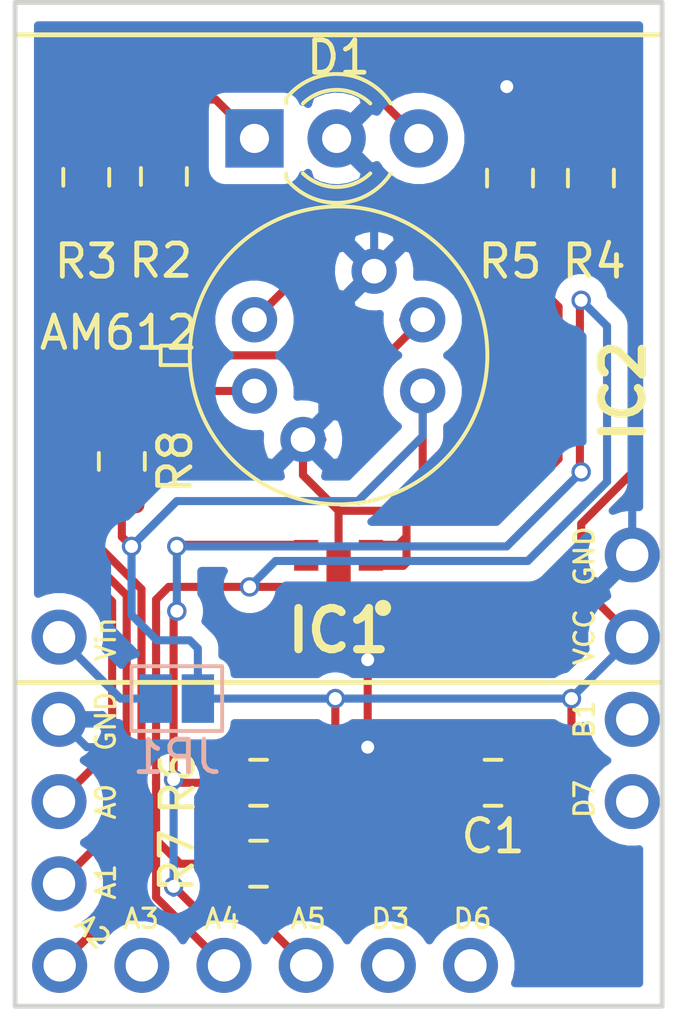
<source format=kicad_pcb>
(kicad_pcb (version 20171130) (host pcbnew "(5.1.7)-1")

  (general
    (thickness 1.6)
    (drawings 22)
    (tracks 177)
    (zones 0)
    (modules 16)
    (nets 20)
  )

  (page A4)
  (layers
    (0 F.Cu signal)
    (31 B.Cu signal)
    (32 B.Adhes user)
    (33 F.Adhes user)
    (34 B.Paste user)
    (35 F.Paste user)
    (36 B.SilkS user)
    (37 F.SilkS user)
    (38 B.Mask user)
    (39 F.Mask user)
    (40 Dwgs.User user)
    (41 Cmts.User user)
    (42 Eco1.User user)
    (43 Eco2.User user)
    (44 Edge.Cuts user)
    (45 Margin user)
    (46 B.CrtYd user)
    (47 F.CrtYd user)
    (48 B.Fab user hide)
    (49 F.Fab user hide)
  )

  (setup
    (last_trace_width 0.25)
    (user_trace_width 1)
    (trace_clearance 0.2)
    (zone_clearance 0.508)
    (zone_45_only yes)
    (trace_min 0.2)
    (via_size 0.6)
    (via_drill 0.4)
    (via_min_size 0.4)
    (via_min_drill 0.3)
    (uvia_size 0.3)
    (uvia_drill 0.1)
    (uvias_allowed no)
    (uvia_min_size 0.2)
    (uvia_min_drill 0.1)
    (edge_width 0.15)
    (segment_width 0.2)
    (pcb_text_width 0.3)
    (pcb_text_size 1.5 1.5)
    (mod_edge_width 0.15)
    (mod_text_size 1 1)
    (mod_text_width 0.15)
    (pad_size 1.7 1.7)
    (pad_drill 1)
    (pad_to_mask_clearance 0.2)
    (aux_axis_origin 0 0)
    (visible_elements 7FFFFF7F)
    (pcbplotparams
      (layerselection 0x010f0_ffffffff)
      (usegerberextensions false)
      (usegerberattributes true)
      (usegerberadvancedattributes true)
      (creategerberjobfile true)
      (excludeedgelayer false)
      (linewidth 0.150000)
      (plotframeref false)
      (viasonmask false)
      (mode 1)
      (useauxorigin true)
      (hpglpennumber 1)
      (hpglpenspeed 20)
      (hpglpendiameter 15.000000)
      (psnegative false)
      (psa4output false)
      (plotreference true)
      (plotvalue true)
      (plotinvisibletext false)
      (padsonsilk true)
      (subtractmaskfromsilk false)
      (outputformat 1)
      (mirror false)
      (drillshape 0)
      (scaleselection 1)
      (outputdirectory "gerber/"))
  )

  (net 0 "")
  (net 1 VCC)
  (net 2 GND)
  (net 3 /A0)
  (net 4 /A1)
  (net 5 /A2)
  (net 6 /D3)
  (net 7 /A3)
  (net 8 /A4)
  (net 9 /A5)
  (net 10 /D6)
  (net 11 /Vin)
  (net 12 /D7)
  (net 13 /B1)
  (net 14 "Net-(A1-Pad2)")
  (net 15 "Net-(IC1-Pad5)")
  (net 16 "Net-(D1-Pad1)")
  (net 17 "Net-(D1-Pad3)")
  (net 18 "Net-(IC2-Pad6)")
  (net 19 /SENS)

  (net_class Default "This is the default net class."
    (clearance 0.2)
    (trace_width 0.25)
    (via_dia 0.6)
    (via_drill 0.4)
    (uvia_dia 0.3)
    (uvia_drill 0.1)
    (add_net /A0)
    (add_net /A1)
    (add_net /A2)
    (add_net /A3)
    (add_net /A4)
    (add_net /A5)
    (add_net /B1)
    (add_net /D3)
    (add_net /D6)
    (add_net /D7)
    (add_net /SENS)
    (add_net /Vin)
    (add_net GND)
    (add_net "Net-(A1-Pad2)")
    (add_net "Net-(D1-Pad1)")
    (add_net "Net-(D1-Pad3)")
    (add_net "Net-(IC1-Pad5)")
    (add_net "Net-(IC2-Pad6)")
    (add_net VCC)
  )

  (net_class Fett ""
    (clearance 0.2)
    (trace_width 1)
    (via_dia 0.6)
    (via_drill 0.4)
    (uvia_dia 0.3)
    (uvia_drill 0.1)
  )

  (module PIR:AM612 (layer F.Cu) (tedit 5F75F47B) (tstamp 5F7C6F8F)
    (at 205 104.9)
    (path /5F78688A)
    (fp_text reference A1 (at 0 5.8) (layer F.SilkS) hide
      (effects (font (size 1 1) (thickness 0.15)))
    )
    (fp_text value AM612 (at -6.8 -0.7) (layer F.SilkS)
      (effects (font (size 1 1) (thickness 0.15)))
    )
    (fp_circle (center 0 0) (end 4.6 0) (layer F.SilkS) (width 0.12))
    (fp_line (start -4.6 -0.3) (end -5.5 -0.3) (layer F.SilkS) (width 0.12))
    (fp_line (start -4.6 0.3) (end -5.5 0.3) (layer F.SilkS) (width 0.12))
    (fp_line (start -5.5 -0.3) (end -5.5 0.3) (layer F.SilkS) (width 0.12))
    (pad 1 thru_hole circle (at -2.6 -1.1) (size 1.4 1.4) (drill 0.762) (layers *.Cu *.Mask)
      (net 19 /SENS))
    (pad 2 thru_hole circle (at -2.6 1.1) (size 1.4 1.4) (drill 0.762) (layers *.Cu *.Mask)
      (net 14 "Net-(A1-Pad2)"))
    (pad 3 thru_hole circle (at -1.1 2.6) (size 1.4 1.4) (drill 0.762) (layers *.Cu *.Mask)
      (net 2 GND))
    (pad 4 thru_hole circle (at 2.6 1.1) (size 1.4 1.4) (drill 0.762) (layers *.Cu *.Mask)
      (net 1 VCC))
    (pad 5 thru_hole circle (at 2.6 -1.1) (size 1.4 1.4) (drill 0.762) (layers *.Cu *.Mask)
      (net 5 /A2))
    (pad 6 thru_hole circle (at 1.1 -2.6) (size 1.4 1.4) (drill 0.762) (layers *.Cu *.Mask)
      (net 2 GND))
  )

  (module Pin_Headers:Pin_Header_Straight_1x04_Pitch2.54mm (layer F.Cu) (tedit 592ED70E) (tstamp 5F7728ED)
    (at 214.0785 111.0615)
    (descr "Through hole straight pin header, 1x04, 2.54mm pitch, single row")
    (tags "Through hole pin header THT 1x04 2.54mm single row")
    (path /592ED622)
    (fp_text reference P6 (at 0 -2.33) (layer F.SilkS) hide
      (effects (font (size 1 1) (thickness 0.15)))
    )
    (fp_text value Contacts (at 0 9.95) (layer F.Fab) hide
      (effects (font (size 1 1) (thickness 0.15)))
    )
    (fp_line (start -1.27 -1.27) (end -1.27 8.89) (layer F.Fab) (width 0.1))
    (fp_line (start -1.27 8.89) (end 1.27 8.89) (layer F.Fab) (width 0.1))
    (fp_line (start 1.27 8.89) (end 1.27 -1.27) (layer F.Fab) (width 0.1))
    (fp_line (start 1.27 -1.27) (end -1.27 -1.27) (layer F.Fab) (width 0.1))
    (fp_line (start -1.8 -1.8) (end -1.8 9.4) (layer F.CrtYd) (width 0.05))
    (fp_line (start -1.8 9.4) (end 1.8 9.4) (layer F.CrtYd) (width 0.05))
    (fp_line (start 1.8 9.4) (end 1.8 -1.8) (layer F.CrtYd) (width 0.05))
    (fp_line (start 1.8 -1.8) (end -1.8 -1.8) (layer F.CrtYd) (width 0.05))
    (pad 4 thru_hole oval (at 0 7.62) (size 1.7 1.7) (drill 1) (layers *.Cu *.Mask)
      (net 12 /D7))
    (pad 3 thru_hole oval (at 0 5.08) (size 1.7 1.7) (drill 1) (layers *.Cu *.Mask)
      (net 13 /B1))
    (pad 2 thru_hole oval (at 0 2.54) (size 1.7 1.7) (drill 1) (layers *.Cu *.Mask)
      (net 1 VCC))
    (pad 1 thru_hole circle (at 0 0) (size 1.7 1.7) (drill 1) (layers *.Cu *.Mask)
      (net 2 GND))
  )

  (module Pin_Headers:Pin_Header_Straight_1x06_Pitch2.54mm (layer F.Cu) (tedit 592DBE62) (tstamp 5F772805)
    (at 196.378 123.7385 90)
    (descr "Through hole straight pin header, 1x06, 2.54mm pitch, single row")
    (tags "Through hole pin header THT 1x06 2.54mm single row")
    (path /59132195)
    (fp_text reference P2 (at 0 -2.33 270) (layer F.SilkS) hide
      (effects (font (size 1 1) (thickness 0.15)))
    )
    (fp_text value Contacts (at 0 15.03 270) (layer F.Fab) hide
      (effects (font (size 1 1) (thickness 0.15)))
    )
    (fp_line (start -1.27 -1.27) (end -1.27 13.97) (layer F.Fab) (width 0.1))
    (fp_line (start -1.27 13.97) (end 1.27 13.97) (layer F.Fab) (width 0.1))
    (fp_line (start 1.27 13.97) (end 1.27 -1.27) (layer F.Fab) (width 0.1))
    (fp_line (start 1.27 -1.27) (end -1.27 -1.27) (layer F.Fab) (width 0.1))
    (fp_line (start -1.8 -1.8) (end -1.8 14.5) (layer F.CrtYd) (width 0.05))
    (fp_line (start -1.8 14.5) (end 1.8 14.5) (layer F.CrtYd) (width 0.05))
    (fp_line (start 1.8 14.5) (end 1.8 -1.8) (layer F.CrtYd) (width 0.05))
    (fp_line (start 1.8 -1.8) (end -1.8 -1.8) (layer F.CrtYd) (width 0.05))
    (fp_text user %R (at 0 -2.33 270) (layer F.Fab) hide
      (effects (font (size 1 1) (thickness 0.15)))
    )
    (pad 6 thru_hole oval (at 0 12.7 90) (size 1.7 1.7) (drill 1) (layers *.Cu *.Mask)
      (net 10 /D6))
    (pad 5 thru_hole oval (at 0 10.16 90) (size 1.7 1.7) (drill 1) (layers *.Cu *.Mask)
      (net 6 /D3))
    (pad 4 thru_hole oval (at 0 7.62 90) (size 1.7 1.7) (drill 1) (layers *.Cu *.Mask)
      (net 9 /A5))
    (pad 3 thru_hole oval (at 0 5.08 90) (size 1.7 1.7) (drill 1) (layers *.Cu *.Mask)
      (net 8 /A4))
    (pad 2 thru_hole oval (at 0 2.54 90) (size 1.7 1.7) (drill 1) (layers *.Cu *.Mask)
      (net 7 /A3))
    (pad 1 thru_hole circle (at 0 0 90) (size 1.7 1.7) (drill 1) (layers *.Cu *.Mask)
      (net 5 /A2))
  )

  (module Pin_Headers:Pin_Header_Straight_1x04_Pitch2.54mm (layer F.Cu) (tedit 592F19C2) (tstamp 5F7727A1)
    (at 196.3585 113.6015)
    (descr "Through hole straight pin header, 1x04, 2.54mm pitch, single row")
    (tags "Through hole pin header THT 1x04 2.54mm single row")
    (path /591069AF)
    (fp_text reference P1 (at 0 -2.33) (layer F.SilkS) hide
      (effects (font (size 1 1) (thickness 0.15)))
    )
    (fp_text value Contacts (at 0 9.95) (layer F.Fab) hide
      (effects (font (size 1 1) (thickness 0.15)))
    )
    (fp_line (start -1.27 -1.27) (end -1.27 8.89) (layer F.Fab) (width 0.1))
    (fp_line (start -1.27 8.89) (end 1.27 8.89) (layer F.Fab) (width 0.1))
    (fp_line (start 1.27 8.89) (end 1.27 -1.27) (layer F.Fab) (width 0.1))
    (fp_line (start 1.27 -1.27) (end -1.27 -1.27) (layer F.Fab) (width 0.1))
    (fp_line (start -1.8 -1.8) (end -1.8 9.4) (layer F.CrtYd) (width 0.05))
    (fp_line (start -1.8 9.4) (end 1.8 9.4) (layer F.CrtYd) (width 0.05))
    (fp_line (start 1.8 9.4) (end 1.8 -1.8) (layer F.CrtYd) (width 0.05))
    (fp_line (start 1.8 -1.8) (end -1.8 -1.8) (layer F.CrtYd) (width 0.05))
    (fp_text user %R (at 0 -2.33) (layer F.Fab) hide
      (effects (font (size 1 1) (thickness 0.15)))
    )
    (pad 4 thru_hole oval (at 0 7.62) (size 1.7 1.7) (drill 1) (layers *.Cu *.Mask)
      (net 4 /A1))
    (pad 3 thru_hole oval (at 0 5.08) (size 1.7 1.7) (drill 1) (layers *.Cu *.Mask)
      (net 3 /A0))
    (pad 2 thru_hole oval (at 0 2.54) (size 1.7 1.7) (drill 1) (layers *.Cu *.Mask)
      (net 2 GND))
    (pad 1 thru_hole circle (at 0 0) (size 1.7 1.7) (drill 1) (layers *.Cu *.Mask)
      (net 11 /Vin) (zone_connect 2))
  )

  (module Resistor_SMD:R_0805_2012Metric_Pad1.15x1.40mm_HandSolder (layer F.Cu) (tedit 5B36C52B) (tstamp 5F772399)
    (at 212.8 99.425 90)
    (descr "Resistor SMD 0805 (2012 Metric), square (rectangular) end terminal, IPC_7351 nominal with elongated pad for handsoldering. (Body size source: https://docs.google.com/spreadsheets/d/1BsfQQcO9C6DZCsRaXUlFlo91Tg2WpOkGARC1WS5S8t0/edit?usp=sharing), generated with kicad-footprint-generator")
    (tags "resistor handsolder")
    (path /592DBE8E)
    (attr smd)
    (fp_text reference R4 (at -2.575 0.1 180) (layer F.SilkS)
      (effects (font (size 1 1) (thickness 0.15)))
    )
    (fp_text value 1M (at 0 1.65 90) (layer F.Fab)
      (effects (font (size 1 1) (thickness 0.15)))
    )
    (fp_line (start -1 0.6) (end -1 -0.6) (layer F.Fab) (width 0.1))
    (fp_line (start -1 -0.6) (end 1 -0.6) (layer F.Fab) (width 0.1))
    (fp_line (start 1 -0.6) (end 1 0.6) (layer F.Fab) (width 0.1))
    (fp_line (start 1 0.6) (end -1 0.6) (layer F.Fab) (width 0.1))
    (fp_line (start -0.261252 -0.71) (end 0.261252 -0.71) (layer F.SilkS) (width 0.12))
    (fp_line (start -0.261252 0.71) (end 0.261252 0.71) (layer F.SilkS) (width 0.12))
    (fp_line (start -1.85 0.95) (end -1.85 -0.95) (layer F.CrtYd) (width 0.05))
    (fp_line (start -1.85 -0.95) (end 1.85 -0.95) (layer F.CrtYd) (width 0.05))
    (fp_line (start 1.85 -0.95) (end 1.85 0.95) (layer F.CrtYd) (width 0.05))
    (fp_line (start 1.85 0.95) (end -1.85 0.95) (layer F.CrtYd) (width 0.05))
    (fp_text user %R (at 0 0 90) (layer F.Fab)
      (effects (font (size 0.5 0.5) (thickness 0.08)))
    )
    (pad 2 smd roundrect (at 1.025 0 90) (size 1.15 1.4) (layers F.Cu F.Paste F.Mask) (roundrect_rratio 0.2173904347826087)
      (net 1 VCC))
    (pad 1 smd roundrect (at -1.025 0 90) (size 1.15 1.4) (layers F.Cu F.Paste F.Mask) (roundrect_rratio 0.2173904347826087)
      (net 19 /SENS))
    (model ${KISYS3DMOD}/Resistor_SMD.3dshapes/R_0805_2012Metric.wrl
      (at (xyz 0 0 0))
      (scale (xyz 1 1 1))
      (rotate (xyz 0 0 0))
    )
  )

  (module Resistor_SMD:R_0805_2012Metric_Pad1.15x1.40mm_HandSolder (layer F.Cu) (tedit 5B36C52B) (tstamp 5F772389)
    (at 197.2 99.4 90)
    (descr "Resistor SMD 0805 (2012 Metric), square (rectangular) end terminal, IPC_7351 nominal with elongated pad for handsoldering. (Body size source: https://docs.google.com/spreadsheets/d/1BsfQQcO9C6DZCsRaXUlFlo91Tg2WpOkGARC1WS5S8t0/edit?usp=sharing), generated with kicad-footprint-generator")
    (tags "resistor handsolder")
    (path /5910585E)
    (attr smd)
    (fp_text reference R3 (at -2.6 0 180) (layer F.SilkS)
      (effects (font (size 1 1) (thickness 0.15)))
    )
    (fp_text value 1k5 (at 0 1.65 90) (layer F.Fab)
      (effects (font (size 1 1) (thickness 0.15)))
    )
    (fp_line (start 1.85 0.95) (end -1.85 0.95) (layer F.CrtYd) (width 0.05))
    (fp_line (start 1.85 -0.95) (end 1.85 0.95) (layer F.CrtYd) (width 0.05))
    (fp_line (start -1.85 -0.95) (end 1.85 -0.95) (layer F.CrtYd) (width 0.05))
    (fp_line (start -1.85 0.95) (end -1.85 -0.95) (layer F.CrtYd) (width 0.05))
    (fp_line (start -0.261252 0.71) (end 0.261252 0.71) (layer F.SilkS) (width 0.12))
    (fp_line (start -0.261252 -0.71) (end 0.261252 -0.71) (layer F.SilkS) (width 0.12))
    (fp_line (start 1 0.6) (end -1 0.6) (layer F.Fab) (width 0.1))
    (fp_line (start 1 -0.6) (end 1 0.6) (layer F.Fab) (width 0.1))
    (fp_line (start -1 -0.6) (end 1 -0.6) (layer F.Fab) (width 0.1))
    (fp_line (start -1 0.6) (end -1 -0.6) (layer F.Fab) (width 0.1))
    (fp_text user %R (at 0 0 90) (layer F.Fab)
      (effects (font (size 0.5 0.5) (thickness 0.08)))
    )
    (pad 1 smd roundrect (at -1.025 0 90) (size 1.15 1.4) (layers F.Cu F.Paste F.Mask) (roundrect_rratio 0.2173904347826087)
      (net 3 /A0))
    (pad 2 smd roundrect (at 1.025 0 90) (size 1.15 1.4) (layers F.Cu F.Paste F.Mask) (roundrect_rratio 0.2173904347826087)
      (net 17 "Net-(D1-Pad3)"))
    (model ${KISYS3DMOD}/Resistor_SMD.3dshapes/R_0805_2012Metric.wrl
      (at (xyz 0 0 0))
      (scale (xyz 1 1 1))
      (rotate (xyz 0 0 0))
    )
  )

  (module Resistor_SMD:R_0805_2012Metric_Pad1.15x1.40mm_HandSolder (layer F.Cu) (tedit 5B36C52B) (tstamp 5F772379)
    (at 210.3 99.425 270)
    (descr "Resistor SMD 0805 (2012 Metric), square (rectangular) end terminal, IPC_7351 nominal with elongated pad for handsoldering. (Body size source: https://docs.google.com/spreadsheets/d/1BsfQQcO9C6DZCsRaXUlFlo91Tg2WpOkGARC1WS5S8t0/edit?usp=sharing), generated with kicad-footprint-generator")
    (tags "resistor handsolder")
    (path /592DBF19)
    (attr smd)
    (fp_text reference R5 (at 2.575 0 180) (layer F.SilkS)
      (effects (font (size 1 1) (thickness 0.15)))
    )
    (fp_text value 56k (at 0 1.65 90) (layer F.Fab)
      (effects (font (size 1 1) (thickness 0.15)))
    )
    (fp_line (start 1.85 0.95) (end -1.85 0.95) (layer F.CrtYd) (width 0.05))
    (fp_line (start 1.85 -0.95) (end 1.85 0.95) (layer F.CrtYd) (width 0.05))
    (fp_line (start -1.85 -0.95) (end 1.85 -0.95) (layer F.CrtYd) (width 0.05))
    (fp_line (start -1.85 0.95) (end -1.85 -0.95) (layer F.CrtYd) (width 0.05))
    (fp_line (start -0.261252 0.71) (end 0.261252 0.71) (layer F.SilkS) (width 0.12))
    (fp_line (start -0.261252 -0.71) (end 0.261252 -0.71) (layer F.SilkS) (width 0.12))
    (fp_line (start 1 0.6) (end -1 0.6) (layer F.Fab) (width 0.1))
    (fp_line (start 1 -0.6) (end 1 0.6) (layer F.Fab) (width 0.1))
    (fp_line (start -1 -0.6) (end 1 -0.6) (layer F.Fab) (width 0.1))
    (fp_line (start -1 0.6) (end -1 -0.6) (layer F.Fab) (width 0.1))
    (fp_text user %R (at 0 0 90) (layer F.Fab)
      (effects (font (size 0.5 0.5) (thickness 0.08)))
    )
    (pad 1 smd roundrect (at -1.025 0 270) (size 1.15 1.4) (layers F.Cu F.Paste F.Mask) (roundrect_rratio 0.2173904347826087)
      (net 2 GND))
    (pad 2 smd roundrect (at 1.025 0 270) (size 1.15 1.4) (layers F.Cu F.Paste F.Mask) (roundrect_rratio 0.2173904347826087)
      (net 19 /SENS))
    (model ${KISYS3DMOD}/Resistor_SMD.3dshapes/R_0805_2012Metric.wrl
      (at (xyz 0 0 0))
      (scale (xyz 1 1 1))
      (rotate (xyz 0 0 0))
    )
  )

  (module Resistor_SMD:R_0805_2012Metric_Pad1.15x1.40mm_HandSolder (layer F.Cu) (tedit 5B36C52B) (tstamp 5F772369)
    (at 199.6 99.375 90)
    (descr "Resistor SMD 0805 (2012 Metric), square (rectangular) end terminal, IPC_7351 nominal with elongated pad for handsoldering. (Body size source: https://docs.google.com/spreadsheets/d/1BsfQQcO9C6DZCsRaXUlFlo91Tg2WpOkGARC1WS5S8t0/edit?usp=sharing), generated with kicad-footprint-generator")
    (tags "resistor handsolder")
    (path /5910582F)
    (attr smd)
    (fp_text reference R2 (at -2.6 -0.1 180) (layer F.SilkS)
      (effects (font (size 1 1) (thickness 0.15)))
    )
    (fp_text value 1k5 (at 0 1.65 90) (layer F.Fab)
      (effects (font (size 1 1) (thickness 0.15)))
    )
    (fp_line (start -1 0.6) (end -1 -0.6) (layer F.Fab) (width 0.1))
    (fp_line (start -1 -0.6) (end 1 -0.6) (layer F.Fab) (width 0.1))
    (fp_line (start 1 -0.6) (end 1 0.6) (layer F.Fab) (width 0.1))
    (fp_line (start 1 0.6) (end -1 0.6) (layer F.Fab) (width 0.1))
    (fp_line (start -0.261252 -0.71) (end 0.261252 -0.71) (layer F.SilkS) (width 0.12))
    (fp_line (start -0.261252 0.71) (end 0.261252 0.71) (layer F.SilkS) (width 0.12))
    (fp_line (start -1.85 0.95) (end -1.85 -0.95) (layer F.CrtYd) (width 0.05))
    (fp_line (start -1.85 -0.95) (end 1.85 -0.95) (layer F.CrtYd) (width 0.05))
    (fp_line (start 1.85 -0.95) (end 1.85 0.95) (layer F.CrtYd) (width 0.05))
    (fp_line (start 1.85 0.95) (end -1.85 0.95) (layer F.CrtYd) (width 0.05))
    (fp_text user %R (at 0 0 90) (layer F.Fab)
      (effects (font (size 0.5 0.5) (thickness 0.08)))
    )
    (pad 2 smd roundrect (at 1.025 0 90) (size 1.15 1.4) (layers F.Cu F.Paste F.Mask) (roundrect_rratio 0.2173904347826087)
      (net 16 "Net-(D1-Pad1)"))
    (pad 1 smd roundrect (at -1.025 0 90) (size 1.15 1.4) (layers F.Cu F.Paste F.Mask) (roundrect_rratio 0.2173904347826087)
      (net 4 /A1))
    (model ${KISYS3DMOD}/Resistor_SMD.3dshapes/R_0805_2012Metric.wrl
      (at (xyz 0 0 0))
      (scale (xyz 1 1 1))
      (rotate (xyz 0 0 0))
    )
  )

  (module Jumper:SolderJumper-2_P1.3mm_Open_Pad1.0x1.5mm (layer B.Cu) (tedit 5A3EABFC) (tstamp 5F7C6E53)
    (at 200 115.5)
    (descr "SMD Solder Jumper, 1x1.5mm Pads, 0.3mm gap, open")
    (tags "solder jumper open")
    (path /5F8636FC)
    (attr virtual)
    (fp_text reference JP1 (at 0 1.8) (layer B.SilkS)
      (effects (font (size 1 1) (thickness 0.15)) (justify mirror))
    )
    (fp_text value Jumper_2_Bridged (at 0 -1.9) (layer B.Fab) hide
      (effects (font (size 1 1) (thickness 0.15)) (justify mirror))
    )
    (fp_line (start 1.65 -1.25) (end -1.65 -1.25) (layer B.CrtYd) (width 0.05))
    (fp_line (start 1.65 -1.25) (end 1.65 1.25) (layer B.CrtYd) (width 0.05))
    (fp_line (start -1.65 1.25) (end -1.65 -1.25) (layer B.CrtYd) (width 0.05))
    (fp_line (start -1.65 1.25) (end 1.65 1.25) (layer B.CrtYd) (width 0.05))
    (fp_line (start -1.4 1) (end 1.4 1) (layer B.SilkS) (width 0.12))
    (fp_line (start 1.4 1) (end 1.4 -1) (layer B.SilkS) (width 0.12))
    (fp_line (start 1.4 -1) (end -1.4 -1) (layer B.SilkS) (width 0.12))
    (fp_line (start -1.4 -1) (end -1.4 1) (layer B.SilkS) (width 0.12))
    (pad 2 smd rect (at 0.65 0) (size 1 1.5) (layers B.Cu B.Mask)
      (net 1 VCC))
    (pad 1 smd rect (at -0.65 0) (size 1 1.5) (layers B.Cu B.Mask)
      (net 11 /Vin))
  )

  (module Resistor_SMD:R_0805_2012Metric_Pad1.15x1.40mm_HandSolder (layer F.Cu) (tedit 5B36C52B) (tstamp 6058AB0C)
    (at 202.525 118.1 180)
    (descr "Resistor SMD 0805 (2012 Metric), square (rectangular) end terminal, IPC_7351 nominal with elongated pad for handsoldering. (Body size source: https://docs.google.com/spreadsheets/d/1BsfQQcO9C6DZCsRaXUlFlo91Tg2WpOkGARC1WS5S8t0/edit?usp=sharing), generated with kicad-footprint-generator")
    (tags "resistor handsolder")
    (path /5F887205)
    (attr smd)
    (fp_text reference R6 (at 2.5 0 270) (layer F.SilkS)
      (effects (font (size 1 1) (thickness 0.15)))
    )
    (fp_text value 4k7 (at 0 1.65) (layer F.Fab)
      (effects (font (size 1 1) (thickness 0.15)))
    )
    (fp_line (start 1.85 0.95) (end -1.85 0.95) (layer F.CrtYd) (width 0.05))
    (fp_line (start 1.85 -0.95) (end 1.85 0.95) (layer F.CrtYd) (width 0.05))
    (fp_line (start -1.85 -0.95) (end 1.85 -0.95) (layer F.CrtYd) (width 0.05))
    (fp_line (start -1.85 0.95) (end -1.85 -0.95) (layer F.CrtYd) (width 0.05))
    (fp_line (start -0.261252 0.71) (end 0.261252 0.71) (layer F.SilkS) (width 0.12))
    (fp_line (start -0.261252 -0.71) (end 0.261252 -0.71) (layer F.SilkS) (width 0.12))
    (fp_line (start 1 0.6) (end -1 0.6) (layer F.Fab) (width 0.1))
    (fp_line (start 1 -0.6) (end 1 0.6) (layer F.Fab) (width 0.1))
    (fp_line (start -1 -0.6) (end 1 -0.6) (layer F.Fab) (width 0.1))
    (fp_line (start -1 0.6) (end -1 -0.6) (layer F.Fab) (width 0.1))
    (fp_text user %R (at 0 0) (layer F.Fab)
      (effects (font (size 0.5 0.5) (thickness 0.08)))
    )
    (pad 2 smd roundrect (at 1.025 0 180) (size 1.15 1.4) (layers F.Cu F.Paste F.Mask) (roundrect_rratio 0.2173904347826087)
      (net 9 /A5))
    (pad 1 smd roundrect (at -1.025 0 180) (size 1.15 1.4) (layers F.Cu F.Paste F.Mask) (roundrect_rratio 0.2173904347826087)
      (net 1 VCC))
    (model ${KISYS3DMOD}/Resistor_SMD.3dshapes/R_0805_2012Metric.wrl
      (at (xyz 0 0 0))
      (scale (xyz 1 1 1))
      (rotate (xyz 0 0 0))
    )
  )

  (module Resistor_SMD:R_0805_2012Metric_Pad1.15x1.40mm_HandSolder (layer F.Cu) (tedit 5B36C52B) (tstamp 5F7CA3A6)
    (at 202.525 120.6 180)
    (descr "Resistor SMD 0805 (2012 Metric), square (rectangular) end terminal, IPC_7351 nominal with elongated pad for handsoldering. (Body size source: https://docs.google.com/spreadsheets/d/1BsfQQcO9C6DZCsRaXUlFlo91Tg2WpOkGARC1WS5S8t0/edit?usp=sharing), generated with kicad-footprint-generator")
    (tags "resistor handsolder")
    (path /5F888376)
    (attr smd)
    (fp_text reference R7 (at 2.525 0.1 270) (layer F.SilkS)
      (effects (font (size 1 1) (thickness 0.15)))
    )
    (fp_text value 4k7 (at 0 1.65) (layer F.Fab)
      (effects (font (size 1 1) (thickness 0.15)))
    )
    (fp_line (start -1 0.6) (end -1 -0.6) (layer F.Fab) (width 0.1))
    (fp_line (start -1 -0.6) (end 1 -0.6) (layer F.Fab) (width 0.1))
    (fp_line (start 1 -0.6) (end 1 0.6) (layer F.Fab) (width 0.1))
    (fp_line (start 1 0.6) (end -1 0.6) (layer F.Fab) (width 0.1))
    (fp_line (start -0.261252 -0.71) (end 0.261252 -0.71) (layer F.SilkS) (width 0.12))
    (fp_line (start -0.261252 0.71) (end 0.261252 0.71) (layer F.SilkS) (width 0.12))
    (fp_line (start -1.85 0.95) (end -1.85 -0.95) (layer F.CrtYd) (width 0.05))
    (fp_line (start -1.85 -0.95) (end 1.85 -0.95) (layer F.CrtYd) (width 0.05))
    (fp_line (start 1.85 -0.95) (end 1.85 0.95) (layer F.CrtYd) (width 0.05))
    (fp_line (start 1.85 0.95) (end -1.85 0.95) (layer F.CrtYd) (width 0.05))
    (fp_text user %R (at 0 0) (layer F.Fab)
      (effects (font (size 0.5 0.5) (thickness 0.08)))
    )
    (pad 1 smd roundrect (at -1.025 0 180) (size 1.15 1.4) (layers F.Cu F.Paste F.Mask) (roundrect_rratio 0.2173904347826087)
      (net 1 VCC))
    (pad 2 smd roundrect (at 1.025 0 180) (size 1.15 1.4) (layers F.Cu F.Paste F.Mask) (roundrect_rratio 0.2173904347826087)
      (net 8 /A4))
    (model ${KISYS3DMOD}/Resistor_SMD.3dshapes/R_0805_2012Metric.wrl
      (at (xyz 0 0 0))
      (scale (xyz 1 1 1))
      (rotate (xyz 0 0 0))
    )
  )

  (module Resistor_SMD:R_0805_2012Metric_Pad1.15x1.40mm_HandSolder (layer F.Cu) (tedit 5B36C52B) (tstamp 5F7D861D)
    (at 198.3 108.175 270)
    (descr "Resistor SMD 0805 (2012 Metric), square (rectangular) end terminal, IPC_7351 nominal with elongated pad for handsoldering. (Body size source: https://docs.google.com/spreadsheets/d/1BsfQQcO9C6DZCsRaXUlFlo91Tg2WpOkGARC1WS5S8t0/edit?usp=sharing), generated with kicad-footprint-generator")
    (tags "resistor handsolder")
    (path /5F8C6AAA)
    (attr smd)
    (fp_text reference R8 (at 0 -1.65 90) (layer F.SilkS)
      (effects (font (size 1 1) (thickness 0.15)))
    )
    (fp_text value 1M (at 0 1.65 90) (layer F.Fab)
      (effects (font (size 1 1) (thickness 0.15)))
    )
    (fp_line (start -1 0.6) (end -1 -0.6) (layer F.Fab) (width 0.1))
    (fp_line (start -1 -0.6) (end 1 -0.6) (layer F.Fab) (width 0.1))
    (fp_line (start 1 -0.6) (end 1 0.6) (layer F.Fab) (width 0.1))
    (fp_line (start 1 0.6) (end -1 0.6) (layer F.Fab) (width 0.1))
    (fp_line (start -0.261252 -0.71) (end 0.261252 -0.71) (layer F.SilkS) (width 0.12))
    (fp_line (start -0.261252 0.71) (end 0.261252 0.71) (layer F.SilkS) (width 0.12))
    (fp_line (start -1.85 0.95) (end -1.85 -0.95) (layer F.CrtYd) (width 0.05))
    (fp_line (start -1.85 -0.95) (end 1.85 -0.95) (layer F.CrtYd) (width 0.05))
    (fp_line (start 1.85 -0.95) (end 1.85 0.95) (layer F.CrtYd) (width 0.05))
    (fp_line (start 1.85 0.95) (end -1.85 0.95) (layer F.CrtYd) (width 0.05))
    (fp_text user %R (at 0 0 90) (layer F.Fab)
      (effects (font (size 0.5 0.5) (thickness 0.08)))
    )
    (pad 1 smd roundrect (at -1.025 0 270) (size 1.15 1.4) (layers F.Cu F.Paste F.Mask) (roundrect_rratio 0.2173904347826087)
      (net 14 "Net-(A1-Pad2)"))
    (pad 2 smd roundrect (at 1.025 0 270) (size 1.15 1.4) (layers F.Cu F.Paste F.Mask) (roundrect_rratio 0.2173904347826087)
      (net 1 VCC))
    (model ${KISYS3DMOD}/Resistor_SMD.3dshapes/R_0805_2012Metric.wrl
      (at (xyz 0 0 0))
      (scale (xyz 1 1 1))
      (rotate (xyz 0 0 0))
    )
  )

  (module OPT3001DNPR:SON65P200X200X65-7N-D (layer F.Cu) (tedit 0) (tstamp 60548B2A)
    (at 205 111.4 180)
    (descr DNP0006A)
    (tags "Integrated Circuit")
    (path /6054E9F6)
    (attr smd)
    (fp_text reference IC1 (at 0 -2) (layer F.SilkS)
      (effects (font (size 1.27 1.27) (thickness 0.254)))
    )
    (fp_text value OPT3001DNPR (at 0 0) (layer F.SilkS) hide
      (effects (font (size 1.27 1.27) (thickness 0.254)))
    )
    (fp_line (start -1.625 -1.3) (end 1.625 -1.3) (layer F.CrtYd) (width 0.05))
    (fp_line (start 1.625 -1.3) (end 1.625 1.3) (layer F.CrtYd) (width 0.05))
    (fp_line (start 1.625 1.3) (end -1.625 1.3) (layer F.CrtYd) (width 0.05))
    (fp_line (start -1.625 1.3) (end -1.625 -1.3) (layer F.CrtYd) (width 0.05))
    (fp_line (start -1 -1) (end 1 -1) (layer F.Fab) (width 0.1))
    (fp_line (start 1 -1) (end 1 1) (layer F.Fab) (width 0.1))
    (fp_line (start 1 1) (end -1 1) (layer F.Fab) (width 0.1))
    (fp_line (start -1 1) (end -1 -1) (layer F.Fab) (width 0.1))
    (fp_line (start -1 -0.5) (end -0.5 -1) (layer F.Fab) (width 0.1))
    (fp_circle (center -1.375 -1.3) (end -1.375 -1.175) (layer F.SilkS) (width 0.25))
    (fp_text user %R (at 0 0) (layer F.Fab)
      (effects (font (size 1.27 1.27) (thickness 0.254)))
    )
    (pad 1 smd rect (at -1 -0.65 270) (size 0.3 0.75) (layers F.Cu F.Paste F.Mask)
      (net 1 VCC))
    (pad 2 smd rect (at -1 0 270) (size 0.3 0.75) (layers F.Cu F.Paste F.Mask)
      (net 2 GND))
    (pad 3 smd rect (at -1 0.65 270) (size 0.3 0.75) (layers F.Cu F.Paste F.Mask)
      (net 2 GND))
    (pad 4 smd rect (at 1 0.65 270) (size 0.3 0.75) (layers F.Cu F.Paste F.Mask)
      (net 9 /A5))
    (pad 5 smd rect (at 1 0 270) (size 0.3 0.75) (layers F.Cu F.Paste F.Mask)
      (net 15 "Net-(IC1-Pad5)"))
    (pad 6 smd rect (at 1 -0.65 270) (size 0.3 0.75) (layers F.Cu F.Paste F.Mask)
      (net 8 /A4))
    (pad 7 smd rect (at 0 0 180) (size 0.75 1.45) (layers F.Cu F.Paste F.Mask)
      (net 2 GND))
    (model OPT3001DNPR.stp
      (at (xyz 0 0 0))
      (scale (xyz 1 1 1))
      (rotate (xyz 0 0 0))
    )
  )

  (module LED_THT:LED_D3.0mm-3 (layer F.Cu) (tedit 587A3A7B) (tstamp 605492EB)
    (at 202.4 98.2)
    (descr "LED, diameter 3.0mm, 2 pins, diameter 3.0mm, 3 pins, http://www.kingbright.com/attachments/file/psearch/000/00/00/L-3VSURKCGKC(Ver.8A).pdf")
    (tags "LED diameter 3.0mm 2 pins diameter 3.0mm 3 pins")
    (path /605BC3E9)
    (fp_text reference D1 (at 2.6 -2.5) (layer F.SilkS)
      (effects (font (size 1 1) (thickness 0.15)))
    )
    (fp_text value LED_Dual_ACA (at 2.54 2.96) (layer F.Fab)
      (effects (font (size 1 1) (thickness 0.15)))
    )
    (fp_circle (center 2.54 0) (end 4.04 0) (layer F.Fab) (width 0.1))
    (fp_line (start 1.04 -1.16619) (end 1.04 1.16619) (layer F.Fab) (width 0.1))
    (fp_line (start 0.98 -1.236) (end 0.98 -1.08) (layer F.SilkS) (width 0.12))
    (fp_line (start 0.98 1.08) (end 0.98 1.236) (layer F.SilkS) (width 0.12))
    (fp_line (start -1.15 -2.25) (end -1.15 2.25) (layer F.CrtYd) (width 0.05))
    (fp_line (start -1.15 2.25) (end 6.25 2.25) (layer F.CrtYd) (width 0.05))
    (fp_line (start 6.25 2.25) (end 6.25 -2.25) (layer F.CrtYd) (width 0.05))
    (fp_line (start 6.25 -2.25) (end -1.15 -2.25) (layer F.CrtYd) (width 0.05))
    (fp_arc (start 2.54 0) (end 1.04 -1.16619) (angle 284.3) (layer F.Fab) (width 0.1))
    (fp_arc (start 2.54 0) (end 0.98 -1.235516) (angle 108.8) (layer F.SilkS) (width 0.12))
    (fp_arc (start 2.54 0) (end 0.98 1.235516) (angle -108.8) (layer F.SilkS) (width 0.12))
    (fp_arc (start 2.54 0) (end 1.499039 -1.08) (angle 87.9) (layer F.SilkS) (width 0.12))
    (fp_arc (start 2.54 0) (end 1.499039 1.08) (angle -87.9) (layer F.SilkS) (width 0.12))
    (pad 1 thru_hole rect (at 0 0) (size 1.8 1.8) (drill 0.9) (layers *.Cu *.Mask)
      (net 16 "Net-(D1-Pad1)"))
    (pad 2 thru_hole circle (at 2.54 0) (size 1.8 1.8) (drill 0.9) (layers *.Cu *.Mask)
      (net 2 GND))
    (pad 3 thru_hole circle (at 5.08 0) (size 1.8 1.8) (drill 0.9) (layers *.Cu *.Mask)
      (net 17 "Net-(D1-Pad3)"))
    (model ${KISYS3DMOD}/LED_THT.3dshapes/LED_D3.0mm-3.wrl
      (at (xyz 0 0 0))
      (scale (xyz 1 1 1))
      (rotate (xyz 0 0 0))
    )
  )

  (module Capacitor_SMD:C_0805_2012Metric_Pad1.15x1.40mm_HandSolder (layer F.Cu) (tedit 5B36C52B) (tstamp 6058B967)
    (at 209.775 118.1 180)
    (descr "Capacitor SMD 0805 (2012 Metric), square (rectangular) end terminal, IPC_7351 nominal with elongated pad for handsoldering. (Body size source: https://docs.google.com/spreadsheets/d/1BsfQQcO9C6DZCsRaXUlFlo91Tg2WpOkGARC1WS5S8t0/edit?usp=sharing), generated with kicad-footprint-generator")
    (tags "capacitor handsolder")
    (path /5910567F)
    (attr smd)
    (fp_text reference C1 (at 0 -1.65) (layer F.SilkS)
      (effects (font (size 1 1) (thickness 0.15)))
    )
    (fp_text value 100n (at 0 1.65) (layer F.Fab)
      (effects (font (size 1 1) (thickness 0.15)))
    )
    (fp_line (start 1.85 0.95) (end -1.85 0.95) (layer F.CrtYd) (width 0.05))
    (fp_line (start 1.85 -0.95) (end 1.85 0.95) (layer F.CrtYd) (width 0.05))
    (fp_line (start -1.85 -0.95) (end 1.85 -0.95) (layer F.CrtYd) (width 0.05))
    (fp_line (start -1.85 0.95) (end -1.85 -0.95) (layer F.CrtYd) (width 0.05))
    (fp_line (start -0.261252 0.71) (end 0.261252 0.71) (layer F.SilkS) (width 0.12))
    (fp_line (start -0.261252 -0.71) (end 0.261252 -0.71) (layer F.SilkS) (width 0.12))
    (fp_line (start 1 0.6) (end -1 0.6) (layer F.Fab) (width 0.1))
    (fp_line (start 1 -0.6) (end 1 0.6) (layer F.Fab) (width 0.1))
    (fp_line (start -1 -0.6) (end 1 -0.6) (layer F.Fab) (width 0.1))
    (fp_line (start -1 0.6) (end -1 -0.6) (layer F.Fab) (width 0.1))
    (fp_text user %R (at 0 0) (layer F.Fab)
      (effects (font (size 0.5 0.5) (thickness 0.08)))
    )
    (pad 1 smd roundrect (at -1.025 0 180) (size 1.15 1.4) (layers F.Cu F.Paste F.Mask) (roundrect_rratio 0.2173904347826087)
      (net 1 VCC))
    (pad 2 smd roundrect (at 1.025 0 180) (size 1.15 1.4) (layers F.Cu F.Paste F.Mask) (roundrect_rratio 0.2173904347826087)
      (net 2 GND))
    (model ${KISYS3DMOD}/Capacitor_SMD.3dshapes/C_0805_2012Metric.wrl
      (at (xyz 0 0 0))
      (scale (xyz 1 1 1))
      (rotate (xyz 0 0 0))
    )
  )

  (module AD5247:SOT65P210X110-6N (layer F.Cu) (tedit 0) (tstamp 6058A145)
    (at 211.8 105.9 90)
    (descr SOT65P210X110-6N)
    (tags "Integrated Circuit")
    (path /6058556F)
    (attr smd)
    (fp_text reference IC2 (at -0.1 2 90) (layer F.SilkS)
      (effects (font (size 1.27 1.27) (thickness 0.254)))
    )
    (fp_text value AD5247BKSZ10-RL7 (at -2.8702 -2.54 90) (layer F.SilkS) hide
      (effects (font (size 1.27 1.27) (thickness 0.254)))
    )
    (fp_line (start -0.6604 -1.1176) (end -0.6604 1.1176) (layer F.Fab) (width 0.1524))
    (fp_line (start 0.3048 -1.1176) (end -0.6604 -1.1176) (layer F.Fab) (width 0.1524))
    (fp_line (start 0.6604 -1.1176) (end 0.3048 -1.1176) (layer F.Fab) (width 0.1524))
    (fp_line (start 0.6604 1.1176) (end 0.6604 -1.1176) (layer F.Fab) (width 0.1524))
    (fp_line (start -0.6604 1.1176) (end 0.6604 1.1176) (layer F.Fab) (width 0.1524))
    (fp_line (start 1.1938 -0.8128) (end 0.6604 -0.8128) (layer F.Fab) (width 0.1524))
    (fp_line (start 1.1938 -0.508) (end 1.1938 -0.8128) (layer F.Fab) (width 0.1524))
    (fp_line (start 0.6604 -0.508) (end 1.1938 -0.508) (layer F.Fab) (width 0.1524))
    (fp_line (start 0.6604 -0.8128) (end 0.6604 -0.508) (layer F.Fab) (width 0.1524))
    (fp_line (start 1.1938 -0.1524) (end 0.6604 -0.1524) (layer F.Fab) (width 0.1524))
    (fp_line (start 1.1938 0.1524) (end 1.1938 -0.1524) (layer F.Fab) (width 0.1524))
    (fp_line (start 0.6604 0.1524) (end 1.1938 0.1524) (layer F.Fab) (width 0.1524))
    (fp_line (start 0.6604 -0.1524) (end 0.6604 0.1524) (layer F.Fab) (width 0.1524))
    (fp_line (start 1.1938 0.508) (end 0.6604 0.508) (layer F.Fab) (width 0.1524))
    (fp_line (start 1.1938 0.8128) (end 1.1938 0.508) (layer F.Fab) (width 0.1524))
    (fp_line (start 0.6604 0.8128) (end 1.1938 0.8128) (layer F.Fab) (width 0.1524))
    (fp_line (start 0.6604 0.508) (end 0.6604 0.8128) (layer F.Fab) (width 0.1524))
    (fp_line (start -1.1938 0.8128) (end -0.6604 0.8128) (layer F.Fab) (width 0.1524))
    (fp_line (start -1.1938 0.508) (end -1.1938 0.8128) (layer F.Fab) (width 0.1524))
    (fp_line (start -0.6604 0.508) (end -1.1938 0.508) (layer F.Fab) (width 0.1524))
    (fp_line (start -0.6604 0.8128) (end -0.6604 0.508) (layer F.Fab) (width 0.1524))
    (fp_line (start -1.1938 0.1524) (end -0.6604 0.1524) (layer F.Fab) (width 0.1524))
    (fp_line (start -1.1938 -0.1524) (end -1.1938 0.1524) (layer F.Fab) (width 0.1524))
    (fp_line (start -0.6604 -0.1524) (end -1.1938 -0.1524) (layer F.Fab) (width 0.1524))
    (fp_line (start -0.6604 0.1524) (end -0.6604 -0.1524) (layer F.Fab) (width 0.1524))
    (fp_line (start -1.1938 -0.508) (end -0.6604 -0.508) (layer F.Fab) (width 0.1524))
    (fp_line (start -1.1938 -0.8128) (end -1.1938 -0.508) (layer F.Fab) (width 0.1524))
    (fp_line (start -0.6604 -0.8128) (end -1.1938 -0.8128) (layer F.Fab) (width 0.1524))
    (fp_line (start -0.6604 -0.508) (end -0.6604 -0.8128) (layer F.Fab) (width 0.1524))
    (fp_text user %R (at -2.8702 -2.54 90) (layer F.Fab)
      (effects (font (size 1.27 1.27) (thickness 0.254)))
    )
    (pad 1 smd rect (at -0.8128 -0.6604 180) (size 0.3556 1.4732) (layers F.Cu F.Paste F.Mask)
      (net 1 VCC))
    (pad 2 smd rect (at -0.8128 0 180) (size 0.3556 1.4732) (layers F.Cu F.Paste F.Mask)
      (net 2 GND))
    (pad 3 smd rect (at -0.8128 0.6604 180) (size 0.3556 1.4732) (layers F.Cu F.Paste F.Mask)
      (net 9 /A5))
    (pad 4 smd rect (at 0.8128 0.6604 180) (size 0.3556 1.4732) (layers F.Cu F.Paste F.Mask)
      (net 8 /A4))
    (pad 5 smd rect (at 0.8128 0 180) (size 0.3556 1.4732) (layers F.Cu F.Paste F.Mask)
      (net 19 /SENS))
    (pad 6 smd rect (at 0.8128 -0.6604 180) (size 0.3556 1.4732) (layers F.Cu F.Paste F.Mask)
      (net 18 "Net-(IC2-Pad6)"))
  )

  (gr_text A1 (at 197.8 121.158 90) (layer F.SilkS) (tstamp 5F77245D)
    (effects (font (size 0.6 0.6) (thickness 0.1)))
  )
  (gr_text A2 (at 197.4 122.7 315) (layer F.SilkS) (tstamp 5F77245C)
    (effects (font (size 0.6 0.6) (thickness 0.1)))
  )
  (gr_text A3 (at 198.9 122.3) (layer F.SilkS) (tstamp 5F77245B)
    (effects (font (size 0.6 0.6) (thickness 0.1)))
  )
  (gr_text A4 (at 201.4 122.3) (layer F.SilkS) (tstamp 5F77245A)
    (effects (font (size 0.6 0.6) (thickness 0.1)))
  )
  (gr_text D3 (at 206.6 122.3) (layer F.SilkS) (tstamp 5F772459)
    (effects (font (size 0.6 0.6) (thickness 0.1)))
  )
  (gr_text D6 (at 209.1415 122.3) (layer F.SilkS) (tstamp 5F772458)
    (effects (font (size 0.6 0.6) (thickness 0.1)))
  )
  (gr_text GND (at 212.6 111.1 90) (layer F.SilkS) (tstamp 5F7728D3)
    (effects (font (size 0.6 0.6) (thickness 0.1)))
  )
  (gr_text Vin (at 197.8 113.665 90) (layer F.SilkS) (tstamp 5F772456)
    (effects (font (size 0.6 0.6) (thickness 0.1)))
  )
  (gr_text B1 (at 212.6 116.1415 90) (layer F.SilkS) (tstamp 5F7728D9)
    (effects (font (size 0.6 0.6) (thickness 0.1)))
  )
  (gr_text D7 (at 212.6 118.6 90) (layer F.SilkS) (tstamp 5F7728DC)
    (effects (font (size 0.6 0.6) (thickness 0.1)))
  )
  (gr_text A5 (at 204.0615 122.3) (layer F.SilkS) (tstamp 5F772453)
    (effects (font (size 0.6 0.6) (thickness 0.1)))
  )
  (gr_text GND (at 197.8 116.2 90) (layer F.SilkS) (tstamp 5F772452)
    (effects (font (size 0.6 0.6) (thickness 0.1)))
  )
  (gr_text A0 (at 197.8 118.6815 90) (layer F.SilkS) (tstamp 5F772451)
    (effects (font (size 0.6 0.6) (thickness 0.1)))
  )
  (gr_text VCC (at 212.6 113.6 90) (layer F.SilkS) (tstamp 5F7728D6)
    (effects (font (size 0.6 0.6) (thickness 0.1)))
  )
  (gr_line (start 215 95) (end 215 115) (layer F.SilkS) (width 0.15) (tstamp 5F772368))
  (gr_line (start 195 95) (end 215 95) (layer F.SilkS) (width 0.15) (tstamp 5F772367))
  (gr_line (start 215 115) (end 195 115) (layer F.SilkS) (width 0.15) (tstamp 5F772366))
  (gr_line (start 195 115) (end 195 95) (layer F.SilkS) (width 0.15) (tstamp 5F772365))
  (gr_line (start 195 94) (end 215 94) (angle 90) (layer Edge.Cuts) (width 0.15) (tstamp 5F772364))
  (gr_line (start 195 125) (end 195 94) (angle 90) (layer Edge.Cuts) (width 0.15) (tstamp 5F772363))
  (gr_line (start 215 94) (end 215 125) (angle 90) (layer Edge.Cuts) (width 0.15) (tstamp 5F772362))
  (gr_line (start 215 125) (end 195 125) (angle 90) (layer Edge.Cuts) (width 0.15) (tstamp 5F772361))

  (via (at 212.5 103.2) (size 0.6) (drill 0.4) (layers F.Cu B.Cu) (net 8))
  (via (at 212.5 108.5) (size 0.6) (drill 0.4) (layers F.Cu B.Cu) (net 9))
  (via (at 198.6 110.8) (size 0.6) (drill 0.4) (layers F.Cu B.Cu) (net 1))
  (via (at 200 112.8) (size 0.6) (drill 0.4) (layers F.Cu B.Cu) (net 9))
  (via (at 199.9 121.3) (size 0.6) (drill 0.4) (layers F.Cu B.Cu) (net 9))
  (via (at 199.9 118) (size 0.6) (drill 0.4) (layers F.Cu B.Cu) (net 9))
  (segment (start 214.0785 113.6015) (end 212.5 112.023) (width 0.25) (layer F.Cu) (net 1))
  (segment (start 213.977 113.5) (end 214.0785 113.6015) (width 0.25) (layer B.Cu) (net 1))
  (via (at 204.9 115.5) (size 0.6) (drill 0.4) (layers F.Cu B.Cu) (net 1))
  (segment (start 213.7 98.4) (end 212.9 98.4) (width 0.25) (layer F.Cu) (net 1))
  (segment (start 214.2 98.9) (end 213.7 98.4) (width 0.25) (layer F.Cu) (net 1))
  (segment (start 214.2 108.4) (end 212.5 110.1) (width 0.25) (layer F.Cu) (net 1))
  (segment (start 212.5 112.023) (end 212.5 110.1) (width 0.25) (layer F.Cu) (net 1))
  (segment (start 213.08 114.6) (end 214.0785 113.6015) (width 0.25) (layer B.Cu) (net 1))
  (segment (start 214.2 106.4) (end 214.2 108.4) (width 0.25) (layer F.Cu) (net 1))
  (segment (start 214.2 105.6) (end 214.2 106.4) (width 0.25) (layer F.Cu) (net 1))
  (segment (start 214.2 98.9) (end 214.2 105.6) (width 0.25) (layer F.Cu) (net 1))
  (segment (start 212.18 115.5) (end 214.0785 113.6015) (width 0.25) (layer B.Cu) (net 1))
  (segment (start 200.65 115.5) (end 212.18 115.5) (width 0.25) (layer B.Cu) (net 1))
  (segment (start 203.55 120.6) (end 204.6 120.6) (width 0.25) (layer F.Cu) (net 1))
  (segment (start 203.55 118.1) (end 204.6 118.1) (width 0.25) (layer F.Cu) (net 1))
  (segment (start 204.6 120.6) (end 204.9 120.3) (width 0.25) (layer F.Cu) (net 1))
  (segment (start 204.9 120.3) (end 204.9 118.4) (width 0.25) (layer F.Cu) (net 1))
  (segment (start 204.9 117.8) (end 204.6 118.1) (width 0.25) (layer F.Cu) (net 1))
  (segment (start 204.9 117.7) (end 204.9 117.8) (width 0.25) (layer F.Cu) (net 1))
  (segment (start 204.9 118.4) (end 204.9 117.7) (width 0.25) (layer F.Cu) (net 1))
  (segment (start 204.9 117.7) (end 204.9 115.5) (width 0.25) (layer F.Cu) (net 1))
  (segment (start 198.6 112.914998) (end 199.385002 113.7) (width 0.25) (layer B.Cu) (net 1))
  (segment (start 198.6 110.8) (end 198.6 112.914998) (width 0.25) (layer B.Cu) (net 1))
  (segment (start 199.385002 113.7) (end 200.4 113.7) (width 0.25) (layer B.Cu) (net 1))
  (segment (start 200.65 113.95) (end 200.65 115.5) (width 0.25) (layer B.Cu) (net 1))
  (segment (start 200.4 113.7) (end 200.65 113.95) (width 0.25) (layer B.Cu) (net 1))
  (segment (start 198.3 110.5) (end 198.6 110.8) (width 0.25) (layer F.Cu) (net 1))
  (segment (start 198.3 109.2) (end 198.3 110.5) (width 0.25) (layer F.Cu) (net 1))
  (segment (start 207.6 108.6) (end 207.6 106) (width 0.25) (layer F.Cu) (net 1))
  (segment (start 208.1 109.1) (end 207.6 108.6) (width 0.25) (layer F.Cu) (net 1))
  (segment (start 210.1 109.1) (end 209.6 109.1) (width 0.25) (layer F.Cu) (net 1))
  (segment (start 211.1396 108.0604) (end 210.1 109.1) (width 0.25) (layer F.Cu) (net 1))
  (segment (start 211.1396 106.7128) (end 211.1396 108.0604) (width 0.25) (layer F.Cu) (net 1))
  (segment (start 209.6 109.1) (end 208.1 109.1) (width 0.25) (layer F.Cu) (net 1))
  (segment (start 198.6 110.8) (end 200 109.4) (width 0.25) (layer B.Cu) (net 1))
  (segment (start 200 109.4) (end 205.6 109.4) (width 0.25) (layer B.Cu) (net 1))
  (segment (start 207.6 107.4) (end 207.6 106) (width 0.25) (layer B.Cu) (net 1))
  (segment (start 205.6 109.4) (end 207.6 107.4) (width 0.25) (layer B.Cu) (net 1))
  (segment (start 212.473 112.05) (end 212.5 112.023) (width 0.25) (layer F.Cu) (net 1))
  (segment (start 206 112.05) (end 212.473 112.05) (width 0.25) (layer F.Cu) (net 1))
  (via (at 212.2 115.5) (size 0.6) (drill 0.4) (layers F.Cu B.Cu) (net 1))
  (segment (start 210.8 118.1) (end 211.9 118.1) (width 0.25) (layer F.Cu) (net 1))
  (segment (start 212.2 117.8) (end 211.9 118.1) (width 0.25) (layer F.Cu) (net 1))
  (segment (start 212.2 115.5) (end 212.2 117.8) (width 0.25) (layer F.Cu) (net 1))
  (via (at 210.2 96.6) (size 0.6) (drill 0.4) (layers F.Cu B.Cu) (net 2))
  (segment (start 206.1 102.3) (end 204.5 103.9) (width 0.25) (layer B.Cu) (net 2))
  (segment (start 204.5 106.9) (end 203.9 107.5) (width 0.25) (layer B.Cu) (net 2))
  (segment (start 204.5 103.9) (end 204.5 106.9) (width 0.25) (layer B.Cu) (net 2))
  (segment (start 210 98.4) (end 210.3 98.4) (width 0.25) (layer F.Cu) (net 2))
  (segment (start 206.1 99.36) (end 204.94 98.2) (width 0.25) (layer B.Cu) (net 2))
  (segment (start 206.1 102.3) (end 206.1 99.36) (width 0.25) (layer B.Cu) (net 2))
  (segment (start 204.94 98.2) (end 206.54 96.6) (width 0.25) (layer B.Cu) (net 2))
  (segment (start 206.54 96.6) (end 210.2 96.6) (width 0.25) (layer B.Cu) (net 2))
  (segment (start 210.2 98.3) (end 210.3 98.4) (width 0.25) (layer F.Cu) (net 2))
  (segment (start 210.2 96.6) (end 210.2 98.3) (width 0.25) (layer F.Cu) (net 2))
  (segment (start 210.2 96.6) (end 213.3 96.6) (width 0.25) (layer B.Cu) (net 2))
  (segment (start 214.0785 97.3785) (end 214.0785 111.0615) (width 0.25) (layer B.Cu) (net 2))
  (segment (start 213.3 96.6) (end 214.0785 97.3785) (width 0.25) (layer B.Cu) (net 2))
  (segment (start 207 111.4) (end 207.1 111.3) (width 0.25) (layer F.Cu) (net 2))
  (segment (start 206 111.4) (end 207 111.4) (width 0.25) (layer F.Cu) (net 2))
  (segment (start 206.85 110.75) (end 207.1 110.5) (width 0.25) (layer F.Cu) (net 2))
  (segment (start 206 110.75) (end 206.85 110.75) (width 0.25) (layer F.Cu) (net 2))
  (segment (start 207.1 110.5) (end 207.1 111.3) (width 0.25) (layer F.Cu) (net 2))
  (segment (start 207.1 110.1) (end 207.1 110.5) (width 0.25) (layer F.Cu) (net 2))
  (segment (start 204.5 107.5) (end 203.9 107.5) (width 0.25) (layer F.Cu) (net 2))
  (via (at 205.9 114.3) (size 0.6) (drill 0.4) (layers F.Cu B.Cu) (net 2) (tstamp 6054D164))
  (via (at 205.9 117) (size 0.6) (drill 0.4) (layers F.Cu B.Cu) (net 2) (tstamp 6054D16C))
  (segment (start 203.9 108.6) (end 203.9 107.5) (width 0.25) (layer F.Cu) (net 2))
  (segment (start 205 109.7) (end 203.9 108.6) (width 0.25) (layer F.Cu) (net 2))
  (segment (start 205 111.4) (end 205 109.7) (width 0.25) (layer F.Cu) (net 2))
  (segment (start 207.1 109.9) (end 207.1 110.1) (width 0.25) (layer F.Cu) (net 2))
  (segment (start 206.9 109.7) (end 207.1 109.9) (width 0.25) (layer F.Cu) (net 2))
  (segment (start 211.8 106.7128) (end 211.8 108.1) (width 0.25) (layer F.Cu) (net 2))
  (segment (start 210.2 109.7) (end 211.8 108.1) (width 0.25) (layer F.Cu) (net 2))
  (segment (start 206.7 109.7) (end 210.2 109.7) (width 0.25) (layer F.Cu) (net 2))
  (segment (start 205 109.7) (end 206.7 109.7) (width 0.25) (layer F.Cu) (net 2))
  (segment (start 206.7 109.7) (end 206.9 109.7) (width 0.25) (layer F.Cu) (net 2))
  (segment (start 197.217 117) (end 196.3585 116.1415) (width 0.25) (layer B.Cu) (net 2))
  (segment (start 205.9 117) (end 197.217 117) (width 0.25) (layer B.Cu) (net 2))
  (segment (start 205 113.4) (end 205 111.4) (width 0.25) (layer F.Cu) (net 2))
  (segment (start 205.9 114.3) (end 205 113.4) (width 0.25) (layer F.Cu) (net 2))
  (segment (start 205.9 117) (end 205.9 114.3) (width 0.25) (layer F.Cu) (net 2))
  (segment (start 207 118.1) (end 205.9 117) (width 0.25) (layer F.Cu) (net 2))
  (segment (start 208.75 118.1) (end 207 118.1) (width 0.25) (layer F.Cu) (net 2))
  (segment (start 196.3585 118.6815) (end 198 117.04) (width 0.25) (layer F.Cu) (net 3))
  (segment (start 196 101.625) (end 197.2 100.425) (width 0.25) (layer F.Cu) (net 3))
  (segment (start 196 110.5) (end 196 101.625) (width 0.25) (layer F.Cu) (net 3))
  (segment (start 198 112.5) (end 197.35 111.85) (width 0.25) (layer F.Cu) (net 3))
  (segment (start 198 117.04) (end 198 112.5) (width 0.25) (layer F.Cu) (net 3))
  (segment (start 197.35 111.85) (end 196 110.5) (width 0.25) (layer F.Cu) (net 3))
  (segment (start 197.9 112.4) (end 197.35 111.85) (width 0.25) (layer F.Cu) (net 3))
  (segment (start 199.1 102.1) (end 199.6 101.6) (width 0.25) (layer F.Cu) (net 4))
  (segment (start 196.45001 102.34999) (end 196.7 102.1) (width 0.25) (layer F.Cu) (net 4))
  (segment (start 199.6 101.6) (end 199.6 100.4) (width 0.25) (layer F.Cu) (net 4))
  (segment (start 196.45001 110.3136) (end 196.45001 102.34999) (width 0.25) (layer F.Cu) (net 4))
  (segment (start 198.450009 112.313599) (end 196.45001 110.3136) (width 0.25) (layer F.Cu) (net 4))
  (segment (start 198.450009 119.129991) (end 198.450009 112.313599) (width 0.25) (layer F.Cu) (net 4))
  (segment (start 196.7 102.1) (end 199.1 102.1) (width 0.25) (layer F.Cu) (net 4))
  (segment (start 196.3585 121.2215) (end 198.450009 119.129991) (width 0.25) (layer F.Cu) (net 4))
  (segment (start 207 103.8) (end 207.6 103.8) (width 0.25) (layer F.Cu) (net 5))
  (segment (start 198.90825 121.20825) (end 196.378 123.7385) (width 0.25) (layer F.Cu) (net 5))
  (segment (start 198.90825 112.118966) (end 198.90825 121.20825) (width 0.25) (layer F.Cu) (net 5))
  (segment (start 197.17282 110.4) (end 197.189284 110.4) (width 0.25) (layer F.Cu) (net 5))
  (segment (start 196.90002 110.1272) (end 197.17282 110.4) (width 0.25) (layer F.Cu) (net 5))
  (segment (start 197.189284 110.4) (end 198.90825 112.118966) (width 0.25) (layer F.Cu) (net 5))
  (segment (start 196.90002 105.49998) (end 196.90002 110.1272) (width 0.25) (layer F.Cu) (net 5))
  (segment (start 197.5 104.9) (end 196.90002 105.49998) (width 0.25) (layer F.Cu) (net 5))
  (segment (start 207.6 103.8) (end 206.5 104.9) (width 0.25) (layer F.Cu) (net 5))
  (segment (start 206.5 104.9) (end 197.5 104.9) (width 0.25) (layer F.Cu) (net 5))
  (segment (start 200.9 123.1805) (end 201.458 123.7385) (width 0.25) (layer F.Cu) (net 8))
  (segment (start 199.75 112.05) (end 199.85 112.05) (width 0.25) (layer F.Cu) (net 8))
  (segment (start 199.35826 112.44174) (end 199.75 112.05) (width 0.25) (layer F.Cu) (net 8))
  (segment (start 201.458 123.7385) (end 199.35826 121.63876) (width 0.25) (layer F.Cu) (net 8))
  (segment (start 199.35826 118.05826) (end 199.35826 112.44174) (width 0.25) (layer F.Cu) (net 8))
  (segment (start 199.35826 118.15826) (end 199.35826 118.05826) (width 0.25) (layer F.Cu) (net 8))
  (segment (start 199.35826 119.54174) (end 199.35826 118.05826) (width 0.25) (layer F.Cu) (net 8))
  (segment (start 200.1 120.6) (end 199.35826 119.85826) (width 0.25) (layer F.Cu) (net 8))
  (segment (start 201.5 120.6) (end 200.1 120.6) (width 0.25) (layer F.Cu) (net 8))
  (segment (start 199.35826 119.85826) (end 199.35826 119.54174) (width 0.25) (layer F.Cu) (net 8))
  (segment (start 199.35826 121.63876) (end 199.35826 119.85826) (width 0.25) (layer F.Cu) (net 8))
  (segment (start 199.85 112.05) (end 202.25 112.05) (width 0.25) (layer F.Cu) (net 8) (tstamp 6058B302))
  (segment (start 202.25 112.05) (end 204 112.05) (width 0.25) (layer F.Cu) (net 8) (tstamp 6058B63C))
  (via (at 202.25 112.05) (size 0.6) (drill 0.4) (layers F.Cu B.Cu) (net 8))
  (segment (start 212.4604 103.2396) (end 212.5 103.2) (width 0.25) (layer F.Cu) (net 8))
  (segment (start 212.4604 105.0872) (end 212.4604 103.2396) (width 0.25) (layer F.Cu) (net 8))
  (segment (start 213.3 104) (end 212.5 103.2) (width 0.25) (layer B.Cu) (net 8))
  (segment (start 213.3 108.8) (end 213.3 104) (width 0.25) (layer B.Cu) (net 8))
  (segment (start 210.84999 111.25001) (end 213.3 108.8) (width 0.25) (layer B.Cu) (net 8))
  (segment (start 203.04999 111.25001) (end 210.84999 111.25001) (width 0.25) (layer B.Cu) (net 8))
  (segment (start 202.25 112.05) (end 203.04999 111.25001) (width 0.25) (layer B.Cu) (net 8))
  (via (at 200 110.8) (size 0.6) (drill 0.4) (layers F.Cu B.Cu) (net 9) (tstamp 6054AC33))
  (segment (start 203.8 123.5405) (end 203.998 123.7385) (width 0.25) (layer F.Cu) (net 9))
  (segment (start 199.9 121.5) (end 199.9 118) (width 0.25) (layer B.Cu) (net 9))
  (segment (start 200 118.1) (end 199.9 118) (width 0.25) (layer F.Cu) (net 9))
  (segment (start 201.5 118.1) (end 200 118.1) (width 0.25) (layer F.Cu) (net 9))
  (segment (start 203.998 123.7385) (end 202.3595 122.1) (width 0.25) (layer F.Cu) (net 9))
  (segment (start 200.7 122.1) (end 199.9 121.3) (width 0.25) (layer F.Cu) (net 9))
  (segment (start 202.3595 122.1) (end 200.7 122.1) (width 0.25) (layer F.Cu) (net 9))
  (segment (start 199.9 118) (end 199.9 113.5) (width 0.25) (layer F.Cu) (net 9))
  (segment (start 203.95 110.8) (end 204 110.75) (width 0.25) (layer F.Cu) (net 9))
  (segment (start 199.9 112.9) (end 200 112.8) (width 0.25) (layer F.Cu) (net 9))
  (segment (start 199.9 113.5) (end 199.9 112.9) (width 0.25) (layer F.Cu) (net 9))
  (segment (start 200 112.8) (end 200 110.8) (width 0.25) (layer B.Cu) (net 9))
  (segment (start 200.05 110.75) (end 200 110.8) (width 0.25) (layer F.Cu) (net 9))
  (segment (start 204 110.75) (end 200.05 110.75) (width 0.25) (layer F.Cu) (net 9))
  (segment (start 212.4604 108.4604) (end 212.5 108.5) (width 0.25) (layer F.Cu) (net 9))
  (segment (start 212.4604 106.7128) (end 212.4604 108.4604) (width 0.25) (layer F.Cu) (net 9))
  (segment (start 210.2 110.8) (end 212.5 108.5) (width 0.25) (layer B.Cu) (net 9))
  (segment (start 200 110.8) (end 210.2 110.8) (width 0.25) (layer B.Cu) (net 9))
  (segment (start 198.257 115.5) (end 199.35 115.5) (width 0.25) (layer B.Cu) (net 11))
  (segment (start 196.3585 113.6015) (end 198.257 115.5) (width 0.25) (layer B.Cu) (net 11))
  (segment (start 213.6585 118.9101) (end 213.6585 118.6815) (width 0.25) (layer F.Cu) (net 12) (tstamp 5F77235F) (status 30))
  (segment (start 198.3 107.15) (end 198.3 106.2) (width 0.25) (layer F.Cu) (net 14))
  (segment (start 198.5 106) (end 202.4 106) (width 0.25) (layer F.Cu) (net 14))
  (segment (start 198.3 106.2) (end 198.5 106) (width 0.25) (layer F.Cu) (net 14))
  (segment (start 210.3 100.45) (end 212.9 100.45) (width 0.25) (layer F.Cu) (net 19))
  (segment (start 199.6 98.35) (end 199.6 97.4) (width 0.25) (layer F.Cu) (net 16))
  (segment (start 199.6 97.4) (end 200 97) (width 0.25) (layer F.Cu) (net 16))
  (segment (start 200 97) (end 201.2 97) (width 0.25) (layer F.Cu) (net 16))
  (segment (start 202.24999 98.04999) (end 202.4 98.04999) (width 0.25) (layer F.Cu) (net 16))
  (segment (start 201.2 97) (end 202.24999 98.04999) (width 0.25) (layer F.Cu) (net 16))
  (segment (start 197.2 98.375) (end 197.2 96.9) (width 0.25) (layer F.Cu) (net 17))
  (segment (start 197.2 96.9) (end 197.8 96.3) (width 0.25) (layer F.Cu) (net 17))
  (segment (start 207.32999 98.04999) (end 207.48 98.04999) (width 0.25) (layer F.Cu) (net 17))
  (segment (start 205.58 96.3) (end 207.32999 98.04999) (width 0.25) (layer F.Cu) (net 17))
  (segment (start 197.8 96.3) (end 205.58 96.3) (width 0.25) (layer F.Cu) (net 17))
  (segment (start 211.8 105.0872) (end 211.8 103.4) (width 0.25) (layer F.Cu) (net 19))
  (segment (start 210.3 101.9) (end 210.3 100.45) (width 0.25) (layer F.Cu) (net 19))
  (segment (start 211.8 103.4) (end 210.3 101.9) (width 0.25) (layer F.Cu) (net 19))
  (segment (start 205.75 100.45) (end 202.4 103.8) (width 0.25) (layer F.Cu) (net 19))
  (segment (start 210.3 100.45) (end 205.75 100.45) (width 0.25) (layer F.Cu) (net 19))

  (zone (net 2) (net_name GND) (layer B.Cu) (tstamp 6058C0A0) (hatch edge 0.508)
    (connect_pads (clearance 0.508))
    (min_thickness 0.254)
    (fill yes (arc_segments 32) (thermal_gap 0.508) (thermal_bridge_width 0.508))
    (polygon
      (pts
        (xy 215 125) (xy 195 125) (xy 195 94) (xy 215 94)
      )
    )
    (filled_polygon
      (pts
        (xy 196.4855 116.0145) (xy 197.678655 116.0145) (xy 197.684887 116.00269) (xy 197.693205 116.011008) (xy 197.716999 116.040001)
        (xy 197.745992 116.063795) (xy 197.745996 116.063799) (xy 197.785268 116.096028) (xy 197.832724 116.134974) (xy 197.964753 116.205546)
        (xy 198.108014 116.249003) (xy 198.212847 116.259328) (xy 198.224188 116.374482) (xy 198.260498 116.49418) (xy 198.319463 116.604494)
        (xy 198.398815 116.701185) (xy 198.495506 116.780537) (xy 198.60582 116.839502) (xy 198.725518 116.875812) (xy 198.85 116.888072)
        (xy 199.85 116.888072) (xy 199.974482 116.875812) (xy 200 116.868071) (xy 200.025518 116.875812) (xy 200.15 116.888072)
        (xy 201.15 116.888072) (xy 201.274482 116.875812) (xy 201.39418 116.839502) (xy 201.504494 116.780537) (xy 201.601185 116.701185)
        (xy 201.680537 116.604494) (xy 201.739502 116.49418) (xy 201.775812 116.374482) (xy 201.787087 116.26) (xy 204.354465 116.26)
        (xy 204.457111 116.328586) (xy 204.627271 116.399068) (xy 204.807911 116.435) (xy 204.992089 116.435) (xy 205.172729 116.399068)
        (xy 205.342889 116.328586) (xy 205.445535 116.26) (xy 211.654465 116.26) (xy 211.757111 116.328586) (xy 211.927271 116.399068)
        (xy 212.107911 116.435) (xy 212.292089 116.435) (xy 212.472729 116.399068) (xy 212.604762 116.344379) (xy 212.650568 116.574658)
        (xy 212.76251 116.844911) (xy 212.925025 117.088132) (xy 213.131868 117.294975) (xy 213.30626 117.4115) (xy 213.131868 117.528025)
        (xy 212.925025 117.734868) (xy 212.76251 117.978089) (xy 212.650568 118.248342) (xy 212.5935 118.53524) (xy 212.5935 118.82776)
        (xy 212.650568 119.114658) (xy 212.76251 119.384911) (xy 212.925025 119.628132) (xy 213.131868 119.834975) (xy 213.375089 119.99749)
        (xy 213.645342 120.109432) (xy 213.93224 120.1665) (xy 214.22476 120.1665) (xy 214.290001 120.153523) (xy 214.290001 124.29)
        (xy 210.456913 124.29) (xy 210.505932 124.171658) (xy 210.563 123.88476) (xy 210.563 123.59224) (xy 210.505932 123.305342)
        (xy 210.39399 123.035089) (xy 210.231475 122.791868) (xy 210.024632 122.585025) (xy 209.781411 122.42251) (xy 209.511158 122.310568)
        (xy 209.22426 122.2535) (xy 208.93174 122.2535) (xy 208.644842 122.310568) (xy 208.374589 122.42251) (xy 208.131368 122.585025)
        (xy 207.924525 122.791868) (xy 207.808 122.96626) (xy 207.691475 122.791868) (xy 207.484632 122.585025) (xy 207.241411 122.42251)
        (xy 206.971158 122.310568) (xy 206.68426 122.2535) (xy 206.39174 122.2535) (xy 206.104842 122.310568) (xy 205.834589 122.42251)
        (xy 205.591368 122.585025) (xy 205.384525 122.791868) (xy 205.268 122.96626) (xy 205.151475 122.791868) (xy 204.944632 122.585025)
        (xy 204.701411 122.42251) (xy 204.431158 122.310568) (xy 204.14426 122.2535) (xy 203.85174 122.2535) (xy 203.564842 122.310568)
        (xy 203.294589 122.42251) (xy 203.051368 122.585025) (xy 202.844525 122.791868) (xy 202.728 122.96626) (xy 202.611475 122.791868)
        (xy 202.404632 122.585025) (xy 202.161411 122.42251) (xy 201.891158 122.310568) (xy 201.60426 122.2535) (xy 201.31174 122.2535)
        (xy 201.024842 122.310568) (xy 200.754589 122.42251) (xy 200.511368 122.585025) (xy 200.304525 122.791868) (xy 200.188 122.96626)
        (xy 200.071475 122.791868) (xy 199.864632 122.585025) (xy 199.621411 122.42251) (xy 199.351158 122.310568) (xy 199.06426 122.2535)
        (xy 198.77174 122.2535) (xy 198.484842 122.310568) (xy 198.214589 122.42251) (xy 197.971368 122.585025) (xy 197.764525 122.791868)
        (xy 197.648 122.96626) (xy 197.531475 122.791868) (xy 197.324632 122.585025) (xy 197.157701 122.473485) (xy 197.305132 122.374975)
        (xy 197.511975 122.168132) (xy 197.67449 121.924911) (xy 197.786432 121.654658) (xy 197.8435 121.36776) (xy 197.8435 121.07524)
        (xy 197.786432 120.788342) (xy 197.67449 120.518089) (xy 197.511975 120.274868) (xy 197.305132 120.068025) (xy 197.13074 119.9515)
        (xy 197.305132 119.834975) (xy 197.511975 119.628132) (xy 197.67449 119.384911) (xy 197.786432 119.114658) (xy 197.8435 118.82776)
        (xy 197.8435 118.53524) (xy 197.786432 118.248342) (xy 197.67449 117.978089) (xy 197.627599 117.907911) (xy 198.965 117.907911)
        (xy 198.965 118.092089) (xy 199.000932 118.272729) (xy 199.071414 118.442889) (xy 199.140001 118.545537) (xy 199.14 120.754464)
        (xy 199.071414 120.857111) (xy 199.000932 121.027271) (xy 198.965 121.207911) (xy 198.965 121.392089) (xy 199.000932 121.572729)
        (xy 199.071414 121.742889) (xy 199.173738 121.896028) (xy 199.303972 122.026262) (xy 199.457111 122.128586) (xy 199.48671 122.140846)
        (xy 199.607753 122.205546) (xy 199.751014 122.249003) (xy 199.9 122.263677) (xy 200.048985 122.249003) (xy 200.192246 122.205546)
        (xy 200.313286 122.140848) (xy 200.342889 122.128586) (xy 200.496028 122.026262) (xy 200.626262 121.896028) (xy 200.728586 121.742889)
        (xy 200.799068 121.572729) (xy 200.835 121.392089) (xy 200.835 121.207911) (xy 200.799068 121.027271) (xy 200.728586 120.857111)
        (xy 200.66 120.754465) (xy 200.66 118.545535) (xy 200.728586 118.442889) (xy 200.799068 118.272729) (xy 200.835 118.092089)
        (xy 200.835 117.907911) (xy 200.799068 117.727271) (xy 200.728586 117.557111) (xy 200.626262 117.403972) (xy 200.496028 117.273738)
        (xy 200.342889 117.171414) (xy 200.172729 117.100932) (xy 199.992089 117.065) (xy 199.807911 117.065) (xy 199.627271 117.100932)
        (xy 199.457111 117.171414) (xy 199.303972 117.273738) (xy 199.173738 117.403972) (xy 199.071414 117.557111) (xy 199.000932 117.727271)
        (xy 198.965 117.907911) (xy 197.627599 117.907911) (xy 197.511975 117.734868) (xy 197.305132 117.528025) (xy 197.122966 117.406305)
        (xy 197.239855 117.336678) (xy 197.456088 117.141769) (xy 197.630141 116.90842) (xy 197.755325 116.645599) (xy 197.799976 116.49839)
        (xy 197.678655 116.2685) (xy 196.4855 116.2685) (xy 196.4855 116.2885) (xy 196.2315 116.2885) (xy 196.2315 116.2685)
        (xy 196.2115 116.2685) (xy 196.2115 116.0145) (xy 196.2315 116.0145) (xy 196.2315 115.9945) (xy 196.4855 115.9945)
      )
    )
    (filled_polygon
      (pts
        (xy 212.675129 110.554383) (xy 212.603161 110.837911) (xy 212.587889 111.130031) (xy 212.629901 111.419519) (xy 212.727581 111.695247)
        (xy 212.801028 111.832657) (xy 213.050103 111.910292) (xy 213.898895 111.0615) (xy 213.884753 111.047358) (xy 214.064358 110.867753)
        (xy 214.0785 110.881895) (xy 214.092643 110.867753) (xy 214.272248 111.047358) (xy 214.258105 111.0615) (xy 214.272248 111.075643)
        (xy 214.092643 111.255248) (xy 214.0785 111.241105) (xy 213.229708 112.089897) (xy 213.305229 112.332189) (xy 213.131868 112.448025)
        (xy 212.925025 112.654868) (xy 212.76251 112.898089) (xy 212.650568 113.168342) (xy 212.5935 113.45524) (xy 212.5935 113.74776)
        (xy 212.63729 113.967908) (xy 212.023385 114.581813) (xy 211.927271 114.600932) (xy 211.757111 114.671414) (xy 211.654465 114.74)
        (xy 205.445535 114.74) (xy 205.342889 114.671414) (xy 205.172729 114.600932) (xy 204.992089 114.565) (xy 204.807911 114.565)
        (xy 204.627271 114.600932) (xy 204.457111 114.671414) (xy 204.354465 114.74) (xy 201.787087 114.74) (xy 201.775812 114.625518)
        (xy 201.739502 114.50582) (xy 201.680537 114.395506) (xy 201.601185 114.298815) (xy 201.504494 114.219463) (xy 201.41 114.168954)
        (xy 201.41 113.987322) (xy 201.413676 113.949999) (xy 201.41 113.912676) (xy 201.41 113.912667) (xy 201.399003 113.801014)
        (xy 201.355546 113.657753) (xy 201.284974 113.525724) (xy 201.190001 113.409999) (xy 201.161003 113.386201) (xy 200.963803 113.189002)
        (xy 200.940001 113.159999) (xy 200.882475 113.112789) (xy 200.899068 113.072729) (xy 200.935 112.892089) (xy 200.935 112.707911)
        (xy 200.899068 112.527271) (xy 200.828586 112.357111) (xy 200.76 112.254465) (xy 200.76 111.56) (xy 201.452892 111.56)
        (xy 201.421414 111.607111) (xy 201.350932 111.777271) (xy 201.315 111.957911) (xy 201.315 112.142089) (xy 201.350932 112.322729)
        (xy 201.421414 112.492889) (xy 201.523738 112.646028) (xy 201.653972 112.776262) (xy 201.807111 112.878586) (xy 201.977271 112.949068)
        (xy 202.157911 112.985) (xy 202.342089 112.985) (xy 202.522729 112.949068) (xy 202.692889 112.878586) (xy 202.846028 112.776262)
        (xy 202.976262 112.646028) (xy 203.078586 112.492889) (xy 203.149068 112.322729) (xy 203.173153 112.201649) (xy 203.364792 112.01001)
        (xy 210.812668 112.01001) (xy 210.84999 112.013686) (xy 210.887312 112.01001) (xy 210.887323 112.01001) (xy 210.998976 111.999013)
        (xy 211.142237 111.955556) (xy 211.274266 111.884984) (xy 211.389991 111.790011) (xy 211.413794 111.761007) (xy 212.724991 110.449811)
      )
    )
    (filled_polygon
      (pts
        (xy 214.290001 109.585529) (xy 214.009969 109.570889) (xy 213.720481 109.612901) (xy 213.474901 109.699901) (xy 213.811004 109.363798)
        (xy 213.840001 109.340001) (xy 213.934974 109.224276) (xy 214.005546 109.092247) (xy 214.049003 108.948986) (xy 214.06 108.837333)
        (xy 214.06 108.837324) (xy 214.063676 108.800001) (xy 214.06 108.762678) (xy 214.06 104.037323) (xy 214.063676 104)
        (xy 214.06 103.962677) (xy 214.06 103.962667) (xy 214.049003 103.851014) (xy 214.005546 103.707753) (xy 213.934974 103.575724)
        (xy 213.840001 103.459999) (xy 213.811002 103.436201) (xy 213.423153 103.048351) (xy 213.399068 102.927271) (xy 213.328586 102.757111)
        (xy 213.226262 102.603972) (xy 213.096028 102.473738) (xy 212.942889 102.371414) (xy 212.772729 102.300932) (xy 212.592089 102.265)
        (xy 212.407911 102.265) (xy 212.227271 102.300932) (xy 212.057111 102.371414) (xy 211.903972 102.473738) (xy 211.773738 102.603972)
        (xy 211.671414 102.757111) (xy 211.600932 102.927271) (xy 211.565 103.107911) (xy 211.565 103.292089) (xy 211.600932 103.472729)
        (xy 211.671414 103.642889) (xy 211.773738 103.796028) (xy 211.903972 103.926262) (xy 212.057111 104.028586) (xy 212.227271 104.099068)
        (xy 212.348351 104.123153) (xy 212.540001 104.314803) (xy 212.54 107.565) (xy 212.407911 107.565) (xy 212.227271 107.600932)
        (xy 212.057111 107.671414) (xy 211.903972 107.773738) (xy 211.773738 107.903972) (xy 211.671414 108.057111) (xy 211.600932 108.227271)
        (xy 211.576847 108.348351) (xy 209.885199 110.04) (xy 206.014873 110.04) (xy 206.024276 110.034974) (xy 206.140001 109.940001)
        (xy 206.163804 109.910997) (xy 208.111004 107.963798) (xy 208.140001 107.940001) (xy 208.201531 107.865027) (xy 208.234974 107.824277)
        (xy 208.305546 107.692247) (xy 208.309381 107.679605) (xy 208.349003 107.548986) (xy 208.36 107.437333) (xy 208.36 107.437324)
        (xy 208.363676 107.400001) (xy 208.36 107.362678) (xy 208.36 107.097775) (xy 208.451013 107.036962) (xy 208.636962 106.851013)
        (xy 208.783061 106.632359) (xy 208.883696 106.389405) (xy 208.935 106.131486) (xy 208.935 105.868514) (xy 208.883696 105.610595)
        (xy 208.783061 105.367641) (xy 208.636962 105.148987) (xy 208.451013 104.963038) (xy 208.356669 104.9) (xy 208.451013 104.836962)
        (xy 208.636962 104.651013) (xy 208.783061 104.432359) (xy 208.883696 104.189405) (xy 208.935 103.931486) (xy 208.935 103.668514)
        (xy 208.883696 103.410595) (xy 208.783061 103.167641) (xy 208.636962 102.948987) (xy 208.451013 102.763038) (xy 208.232359 102.616939)
        (xy 207.989405 102.516304) (xy 207.731486 102.465) (xy 207.468514 102.465) (xy 207.428839 102.472892) (xy 207.43939 102.225527)
        (xy 207.399125 101.965656) (xy 207.308935 101.718634) (xy 207.255037 101.617797) (xy 207.021269 101.558336) (xy 206.279605 102.3)
        (xy 206.293748 102.314143) (xy 206.114143 102.493748) (xy 206.1 102.479605) (xy 205.358336 103.221269) (xy 205.417797 103.455037)
        (xy 205.656242 103.565934) (xy 205.91174 103.628183) (xy 206.174473 103.63939) (xy 206.273856 103.623991) (xy 206.265 103.668514)
        (xy 206.265 103.931486) (xy 206.316304 104.189405) (xy 206.416939 104.432359) (xy 206.563038 104.651013) (xy 206.748987 104.836962)
        (xy 206.843331 104.9) (xy 206.748987 104.963038) (xy 206.563038 105.148987) (xy 206.416939 105.367641) (xy 206.316304 105.610595)
        (xy 206.265 105.868514) (xy 206.265 106.131486) (xy 206.316304 106.389405) (xy 206.416939 106.632359) (xy 206.563038 106.851013)
        (xy 206.748987 107.036962) (xy 206.832461 107.092737) (xy 205.285199 108.64) (xy 204.586028 108.64) (xy 204.641664 108.421269)
        (xy 203.9 107.679605) (xy 203.158336 108.421269) (xy 203.213972 108.64) (xy 200.037322 108.64) (xy 200 108.636324)
        (xy 199.962677 108.64) (xy 199.962667 108.64) (xy 199.851014 108.650997) (xy 199.707753 108.694454) (xy 199.575723 108.765026)
        (xy 199.498767 108.828183) (xy 199.459999 108.859999) (xy 199.436201 108.888997) (xy 198.448351 109.876847) (xy 198.327271 109.900932)
        (xy 198.157111 109.971414) (xy 198.003972 110.073738) (xy 197.873738 110.203972) (xy 197.771414 110.357111) (xy 197.700932 110.527271)
        (xy 197.665 110.707911) (xy 197.665 110.892089) (xy 197.700932 111.072729) (xy 197.771414 111.242889) (xy 197.84 111.345536)
        (xy 197.840001 112.877666) (xy 197.836324 112.914998) (xy 197.850998 113.063983) (xy 197.894454 113.207244) (xy 197.965026 113.339274)
        (xy 198.021226 113.407753) (xy 198.06 113.454999) (xy 198.088997 113.478797) (xy 198.733592 114.123393) (xy 198.725518 114.124188)
        (xy 198.60582 114.160498) (xy 198.495506 114.219463) (xy 198.398815 114.298815) (xy 198.319463 114.395506) (xy 198.287363 114.45556)
        (xy 197.79971 113.967908) (xy 197.8435 113.74776) (xy 197.8435 113.45524) (xy 197.786432 113.168342) (xy 197.67449 112.898089)
        (xy 197.511975 112.654868) (xy 197.305132 112.448025) (xy 197.061911 112.28551) (xy 196.791658 112.173568) (xy 196.50476 112.1165)
        (xy 196.21224 112.1165) (xy 195.925342 112.173568) (xy 195.71 112.262765) (xy 195.71 103.668514) (xy 201.065 103.668514)
        (xy 201.065 103.931486) (xy 201.116304 104.189405) (xy 201.216939 104.432359) (xy 201.363038 104.651013) (xy 201.548987 104.836962)
        (xy 201.643331 104.9) (xy 201.548987 104.963038) (xy 201.363038 105.148987) (xy 201.216939 105.367641) (xy 201.116304 105.610595)
        (xy 201.065 105.868514) (xy 201.065 106.131486) (xy 201.116304 106.389405) (xy 201.216939 106.632359) (xy 201.363038 106.851013)
        (xy 201.548987 107.036962) (xy 201.767641 107.183061) (xy 202.010595 107.283696) (xy 202.268514 107.335) (xy 202.531486 107.335)
        (xy 202.571161 107.327108) (xy 202.56061 107.574473) (xy 202.600875 107.834344) (xy 202.691065 108.081366) (xy 202.744963 108.182203)
        (xy 202.978731 108.241664) (xy 203.720395 107.5) (xy 204.079605 107.5) (xy 204.821269 108.241664) (xy 205.055037 108.182203)
        (xy 205.165934 107.943758) (xy 205.228183 107.68826) (xy 205.23939 107.425527) (xy 205.199125 107.165656) (xy 205.108935 106.918634)
        (xy 205.055037 106.817797) (xy 204.821269 106.758336) (xy 204.079605 107.5) (xy 203.720395 107.5) (xy 203.706253 107.485858)
        (xy 203.885858 107.306253) (xy 203.9 107.320395) (xy 204.641664 106.578731) (xy 204.582203 106.344963) (xy 204.343758 106.234066)
        (xy 204.08826 106.171817) (xy 203.825527 106.16061) (xy 203.726144 106.176009) (xy 203.735 106.131486) (xy 203.735 105.868514)
        (xy 203.683696 105.610595) (xy 203.583061 105.367641) (xy 203.436962 105.148987) (xy 203.251013 104.963038) (xy 203.156669 104.9)
        (xy 203.251013 104.836962) (xy 203.436962 104.651013) (xy 203.583061 104.432359) (xy 203.683696 104.189405) (xy 203.735 103.931486)
        (xy 203.735 103.668514) (xy 203.683696 103.410595) (xy 203.583061 103.167641) (xy 203.436962 102.948987) (xy 203.251013 102.763038)
        (xy 203.032359 102.616939) (xy 202.789405 102.516304) (xy 202.531486 102.465) (xy 202.268514 102.465) (xy 202.010595 102.516304)
        (xy 201.767641 102.616939) (xy 201.548987 102.763038) (xy 201.363038 102.948987) (xy 201.216939 103.167641) (xy 201.116304 103.410595)
        (xy 201.065 103.668514) (xy 195.71 103.668514) (xy 195.71 102.374473) (xy 204.76061 102.374473) (xy 204.800875 102.634344)
        (xy 204.891065 102.881366) (xy 204.944963 102.982203) (xy 205.178731 103.041664) (xy 205.920395 102.3) (xy 205.178731 101.558336)
        (xy 204.944963 101.617797) (xy 204.834066 101.856242) (xy 204.771817 102.11174) (xy 204.76061 102.374473) (xy 195.71 102.374473)
        (xy 195.71 101.378731) (xy 205.358336 101.378731) (xy 206.1 102.120395) (xy 206.841664 101.378731) (xy 206.782203 101.144963)
        (xy 206.543758 101.034066) (xy 206.28826 100.971817) (xy 206.025527 100.96061) (xy 205.765656 101.000875) (xy 205.518634 101.091065)
        (xy 205.417797 101.144963) (xy 205.358336 101.378731) (xy 195.71 101.378731) (xy 195.71 97.3) (xy 200.861928 97.3)
        (xy 200.861928 99.1) (xy 200.874188 99.224482) (xy 200.910498 99.34418) (xy 200.969463 99.454494) (xy 201.048815 99.551185)
        (xy 201.145506 99.630537) (xy 201.25582 99.689502) (xy 201.375518 99.725812) (xy 201.5 99.738072) (xy 203.3 99.738072)
        (xy 203.424482 99.725812) (xy 203.54418 99.689502) (xy 203.654494 99.630537) (xy 203.751185 99.551185) (xy 203.830537 99.454494)
        (xy 203.889502 99.34418) (xy 203.892813 99.333265) (xy 203.939578 99.38003) (xy 204.055526 99.264082) (xy 204.139208 99.518261)
        (xy 204.411775 99.649158) (xy 204.704642 99.724365) (xy 205.006553 99.740991) (xy 205.305907 99.698397) (xy 205.591199 99.598222)
        (xy 205.740792 99.518261) (xy 205.824475 99.26408) (xy 204.94 98.379605) (xy 204.925858 98.393748) (xy 204.746253 98.214143)
        (xy 204.760395 98.2) (xy 205.119605 98.2) (xy 206.00408 99.084475) (xy 206.185049 99.024895) (xy 206.287688 99.178505)
        (xy 206.501495 99.392312) (xy 206.752905 99.560299) (xy 207.032257 99.676011) (xy 207.328816 99.735) (xy 207.631184 99.735)
        (xy 207.927743 99.676011) (xy 208.207095 99.560299) (xy 208.458505 99.392312) (xy 208.672312 99.178505) (xy 208.840299 98.927095)
        (xy 208.956011 98.647743) (xy 209.015 98.351184) (xy 209.015 98.048816) (xy 208.956011 97.752257) (xy 208.840299 97.472905)
        (xy 208.672312 97.221495) (xy 208.458505 97.007688) (xy 208.207095 96.839701) (xy 207.927743 96.723989) (xy 207.631184 96.665)
        (xy 207.328816 96.665) (xy 207.032257 96.723989) (xy 206.752905 96.839701) (xy 206.501495 97.007688) (xy 206.287688 97.221495)
        (xy 206.185049 97.375105) (xy 206.00408 97.315525) (xy 205.119605 98.2) (xy 204.760395 98.2) (xy 204.746253 98.185858)
        (xy 204.925858 98.006253) (xy 204.94 98.020395) (xy 205.824475 97.13592) (xy 205.740792 96.881739) (xy 205.468225 96.750842)
        (xy 205.175358 96.675635) (xy 204.873447 96.659009) (xy 204.574093 96.701603) (xy 204.288801 96.801778) (xy 204.139208 96.881739)
        (xy 204.055526 97.135918) (xy 203.939578 97.01997) (xy 203.892813 97.066735) (xy 203.889502 97.05582) (xy 203.830537 96.945506)
        (xy 203.751185 96.848815) (xy 203.654494 96.769463) (xy 203.54418 96.710498) (xy 203.424482 96.674188) (xy 203.3 96.661928)
        (xy 201.5 96.661928) (xy 201.375518 96.674188) (xy 201.25582 96.710498) (xy 201.145506 96.769463) (xy 201.048815 96.848815)
        (xy 200.969463 96.945506) (xy 200.910498 97.05582) (xy 200.874188 97.175518) (xy 200.861928 97.3) (xy 195.71 97.3)
        (xy 195.71 94.71) (xy 214.29 94.71)
      )
    )
  )
)

</source>
